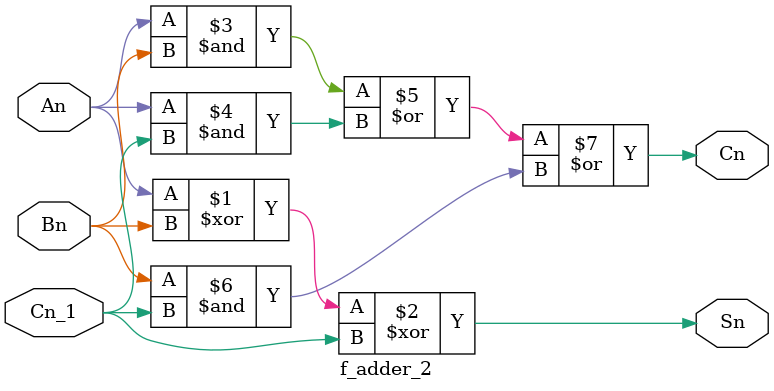
<source format=v>
module f_adder_2(An, Bn, Cn_1, Sn, Cn);
	input An, Bn, Cn_1;
	output Sn, Cn;
	
	assign 	Sn = An ^ Bn ^ Cn_1,
			Cn = (An & Bn) | (An & Cn_1) | (Bn & Cn_1);
endmodule
</source>
